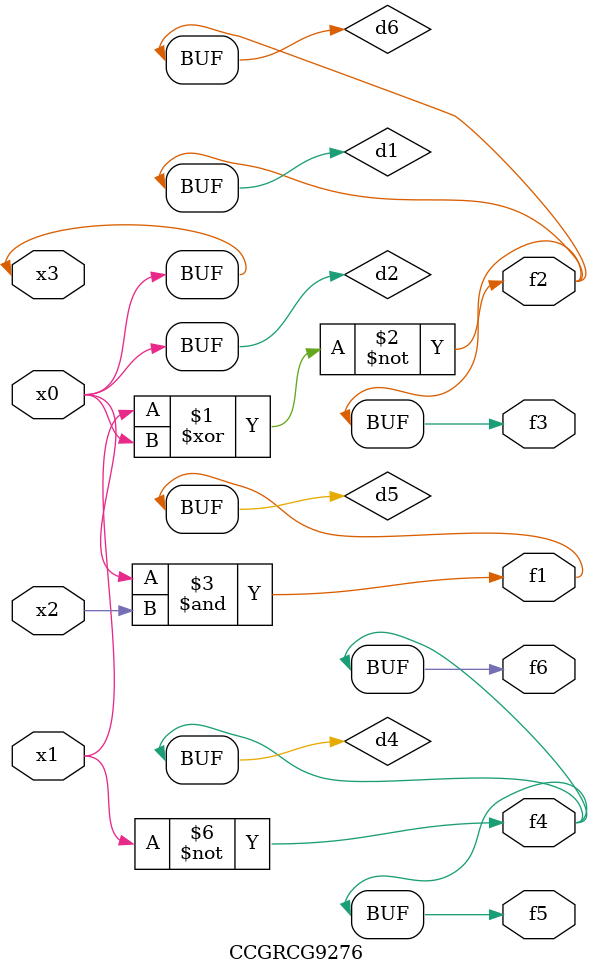
<source format=v>
module CCGRCG9276(
	input x0, x1, x2, x3,
	output f1, f2, f3, f4, f5, f6
);

	wire d1, d2, d3, d4, d5, d6;

	xnor (d1, x1, x3);
	buf (d2, x0, x3);
	nand (d3, x0, x2);
	not (d4, x1);
	nand (d5, d3);
	or (d6, d1);
	assign f1 = d5;
	assign f2 = d6;
	assign f3 = d6;
	assign f4 = d4;
	assign f5 = d4;
	assign f6 = d4;
endmodule

</source>
